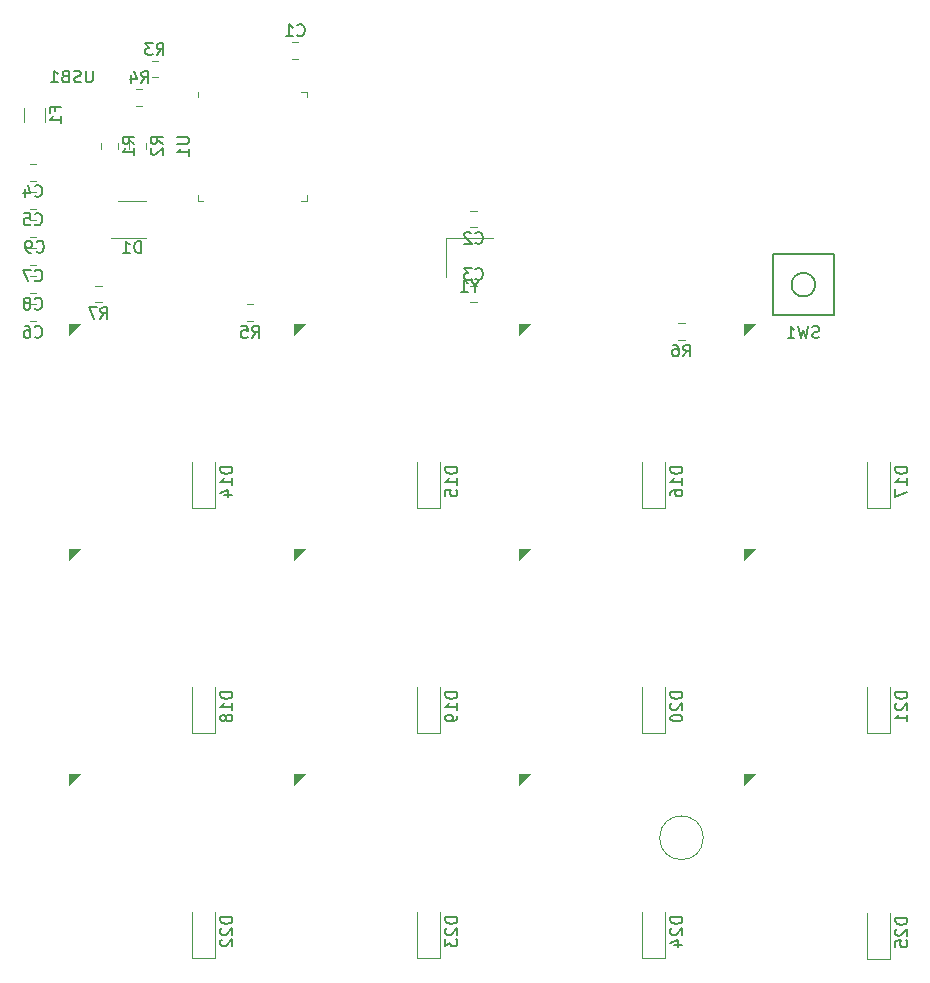
<source format=gbr>
%TF.GenerationSoftware,KiCad,Pcbnew,(5.1.4)-1*%
%TF.CreationDate,2024-03-23T03:19:33-07:00*%
%TF.ProjectId,macropad,6d616372-6f70-4616-942e-6b696361645f,rev?*%
%TF.SameCoordinates,Original*%
%TF.FileFunction,Legend,Bot*%
%TF.FilePolarity,Positive*%
%FSLAX46Y46*%
G04 Gerber Fmt 4.6, Leading zero omitted, Abs format (unit mm)*
G04 Created by KiCad (PCBNEW (5.1.4)-1) date 2024-03-23 03:19:33*
%MOMM*%
%LPD*%
G04 APERTURE LIST*
%ADD10C,0.120000*%
%ADD11C,0.100000*%
%ADD12C,0.150000*%
G04 APERTURE END LIST*
D10*
%TO.C,U1*%
X76521250Y-65883750D02*
X76521250Y-65408750D01*
X85741250Y-74628750D02*
X85266250Y-74628750D01*
X85741250Y-74153750D02*
X85741250Y-74628750D01*
X85741250Y-65408750D02*
X85266250Y-65408750D01*
X85741250Y-65883750D02*
X85741250Y-65408750D01*
X76521250Y-74628750D02*
X76996250Y-74628750D01*
X76521250Y-74153750D02*
X76521250Y-74628750D01*
%TO.C,D1*%
X72150000Y-77773750D02*
X69200000Y-77773750D01*
X69750000Y-74673750D02*
X72150000Y-74673750D01*
D11*
%TO.C,D5*%
G36*
X122800000Y-85995001D02*
G01*
X123700000Y-85095001D01*
X122800000Y-85095001D01*
X122800000Y-85995001D01*
G37*
X122800000Y-85995001D02*
X123700000Y-85095001D01*
X122800000Y-85095001D01*
X122800000Y-85995001D01*
%TO.C,D2*%
G36*
X65650000Y-85995001D02*
G01*
X66550000Y-85095001D01*
X65650000Y-85095001D01*
X65650000Y-85995001D01*
G37*
X65650000Y-85995001D02*
X66550000Y-85095001D01*
X65650000Y-85095001D01*
X65650000Y-85995001D01*
%TO.C,D11*%
G36*
X84700000Y-124095001D02*
G01*
X85600000Y-123195001D01*
X84700000Y-123195001D01*
X84700000Y-124095001D01*
G37*
X84700000Y-124095001D02*
X85600000Y-123195001D01*
X84700000Y-123195001D01*
X84700000Y-124095001D01*
%TO.C,D7*%
G36*
X84700000Y-105045001D02*
G01*
X85600000Y-104145001D01*
X84700000Y-104145001D01*
X84700000Y-105045001D01*
G37*
X84700000Y-105045001D02*
X85600000Y-104145001D01*
X84700000Y-104145001D01*
X84700000Y-105045001D01*
D10*
%TO.C,C6*%
X62303922Y-83427500D02*
X62821078Y-83427500D01*
X62303922Y-84847500D02*
X62821078Y-84847500D01*
D11*
%TO.C,D3*%
G36*
X84700000Y-85995001D02*
G01*
X85600000Y-85095001D01*
X84700000Y-85095001D01*
X84700000Y-85995001D01*
G37*
X84700000Y-85995001D02*
X85600000Y-85095001D01*
X84700000Y-85095001D01*
X84700000Y-85995001D01*
D10*
%TO.C,Y1*%
X97525000Y-77781250D02*
X101525000Y-77781250D01*
X97525000Y-81081250D02*
X97525000Y-77781250D01*
D12*
%TO.C,SW1*%
X130393750Y-79156250D02*
X125193750Y-79156250D01*
X125193750Y-79156250D02*
X125193750Y-84356250D01*
X125193750Y-84356250D02*
X130393750Y-84356250D01*
X130393750Y-84356250D02*
X130393750Y-79156250D01*
X128793750Y-81756250D02*
G75*
G03X128793750Y-81756250I-1000000J0D01*
G01*
D10*
%TO.C,R7*%
X67860172Y-81840000D02*
X68377328Y-81840000D01*
X67860172Y-83260000D02*
X68377328Y-83260000D01*
%TO.C,R6*%
X117216422Y-85015000D02*
X117733578Y-85015000D01*
X117216422Y-86435000D02*
X117733578Y-86435000D01*
%TO.C,R5*%
X80703922Y-83427500D02*
X81221078Y-83427500D01*
X80703922Y-84847500D02*
X81221078Y-84847500D01*
%TO.C,R4*%
X71839828Y-66591250D02*
X71322672Y-66591250D01*
X71839828Y-65171250D02*
X71322672Y-65171250D01*
%TO.C,R3*%
X73139828Y-64210000D02*
X72622672Y-64210000D01*
X73139828Y-62790000D02*
X72622672Y-62790000D01*
%TO.C,R2*%
X70727500Y-70252328D02*
X70727500Y-69735172D01*
X72147500Y-70252328D02*
X72147500Y-69735172D01*
%TO.C,R1*%
X68346250Y-70252328D02*
X68346250Y-69735172D01*
X69766250Y-70252328D02*
X69766250Y-69735172D01*
%TO.C,F1*%
X61796250Y-67970814D02*
X61796250Y-66766686D01*
X63616250Y-67970814D02*
X63616250Y-66766686D01*
%TO.C,D25*%
X135143750Y-138837500D02*
X135143750Y-134937500D01*
X133143750Y-138837500D02*
X133143750Y-134937500D01*
X135143750Y-138837500D02*
X133143750Y-138837500D01*
%TO.C,D24*%
X116093750Y-138775000D02*
X116093750Y-134875000D01*
X114093750Y-138775000D02*
X114093750Y-134875000D01*
X116093750Y-138775000D02*
X114093750Y-138775000D01*
%TO.C,D23*%
X97043750Y-138775000D02*
X97043750Y-134875000D01*
X95043750Y-138775000D02*
X95043750Y-134875000D01*
X97043750Y-138775000D02*
X95043750Y-138775000D01*
%TO.C,D22*%
X77993750Y-138775000D02*
X77993750Y-134875000D01*
X75993750Y-138775000D02*
X75993750Y-134875000D01*
X77993750Y-138775000D02*
X75993750Y-138775000D01*
%TO.C,D21*%
X135143750Y-119725000D02*
X135143750Y-115825000D01*
X133143750Y-119725000D02*
X133143750Y-115825000D01*
X135143750Y-119725000D02*
X133143750Y-119725000D01*
%TO.C,D20*%
X116093750Y-119725000D02*
X116093750Y-115825000D01*
X114093750Y-119725000D02*
X114093750Y-115825000D01*
X116093750Y-119725000D02*
X114093750Y-119725000D01*
%TO.C,D19*%
X97043750Y-119725000D02*
X97043750Y-115825000D01*
X95043750Y-119725000D02*
X95043750Y-115825000D01*
X97043750Y-119725000D02*
X95043750Y-119725000D01*
%TO.C,D18*%
X77993750Y-119725000D02*
X77993750Y-115825000D01*
X75993750Y-119725000D02*
X75993750Y-115825000D01*
X77993750Y-119725000D02*
X75993750Y-119725000D01*
%TO.C,D17*%
X135143750Y-100675000D02*
X135143750Y-96775000D01*
X133143750Y-100675000D02*
X133143750Y-96775000D01*
X135143750Y-100675000D02*
X133143750Y-100675000D01*
%TO.C,D16*%
X116093750Y-100675000D02*
X116093750Y-96775000D01*
X114093750Y-100675000D02*
X114093750Y-96775000D01*
X116093750Y-100675000D02*
X114093750Y-100675000D01*
%TO.C,D15*%
X97043750Y-100675000D02*
X97043750Y-96775000D01*
X95043750Y-100675000D02*
X95043750Y-96775000D01*
X97043750Y-100675000D02*
X95043750Y-100675000D01*
%TO.C,D14*%
X77993750Y-100675000D02*
X77993750Y-96775000D01*
X75993750Y-100675000D02*
X75993750Y-96775000D01*
X77993750Y-100675000D02*
X75993750Y-100675000D01*
D11*
%TO.C,D13*%
G36*
X122800000Y-124095001D02*
G01*
X123700000Y-123195001D01*
X122800000Y-123195001D01*
X122800000Y-124095001D01*
G37*
X122800000Y-124095001D02*
X123700000Y-123195001D01*
X122800000Y-123195001D01*
X122800000Y-124095001D01*
%TO.C,D12*%
G36*
X103750000Y-124095001D02*
G01*
X104650000Y-123195001D01*
X103750000Y-123195001D01*
X103750000Y-124095001D01*
G37*
X103750000Y-124095001D02*
X104650000Y-123195001D01*
X103750000Y-123195001D01*
X103750000Y-124095001D01*
%TO.C,D10*%
G36*
X65650000Y-124095001D02*
G01*
X66550000Y-123195001D01*
X65650000Y-123195001D01*
X65650000Y-124095001D01*
G37*
X65650000Y-124095001D02*
X66550000Y-123195001D01*
X65650000Y-123195001D01*
X65650000Y-124095001D01*
%TO.C,D9*%
G36*
X122800000Y-105045001D02*
G01*
X123700000Y-104145001D01*
X122800000Y-104145001D01*
X122800000Y-105045001D01*
G37*
X122800000Y-105045001D02*
X123700000Y-104145001D01*
X122800000Y-104145001D01*
X122800000Y-105045001D01*
%TO.C,D8*%
G36*
X103750000Y-105045001D02*
G01*
X104650000Y-104145001D01*
X103750000Y-104145001D01*
X103750000Y-105045001D01*
G37*
X103750000Y-105045001D02*
X104650000Y-104145001D01*
X103750000Y-104145001D01*
X103750000Y-105045001D01*
%TO.C,D6*%
G36*
X65650000Y-105045001D02*
G01*
X66550000Y-104145001D01*
X65650000Y-104145001D01*
X65650000Y-105045001D01*
G37*
X65650000Y-105045001D02*
X66550000Y-104145001D01*
X65650000Y-104145001D01*
X65650000Y-105045001D01*
%TO.C,D4*%
G36*
X103750000Y-85995001D02*
G01*
X104650000Y-85095001D01*
X103750000Y-85095001D01*
X103750000Y-85995001D01*
G37*
X103750000Y-85995001D02*
X104650000Y-85095001D01*
X103750000Y-85095001D01*
X103750000Y-85995001D01*
D10*
%TO.C,C9*%
X62303922Y-76283750D02*
X62821078Y-76283750D01*
X62303922Y-77703750D02*
X62821078Y-77703750D01*
%TO.C,C8*%
X62303922Y-81046250D02*
X62821078Y-81046250D01*
X62303922Y-82466250D02*
X62821078Y-82466250D01*
%TO.C,C7*%
X62303922Y-78665000D02*
X62821078Y-78665000D01*
X62303922Y-80085000D02*
X62821078Y-80085000D01*
%TO.C,C5*%
X62303922Y-73902500D02*
X62821078Y-73902500D01*
X62303922Y-75322500D02*
X62821078Y-75322500D01*
%TO.C,C4*%
X62303922Y-71521250D02*
X62821078Y-71521250D01*
X62303922Y-72941250D02*
X62821078Y-72941250D01*
%TO.C,C3*%
X100127328Y-83260000D02*
X99610172Y-83260000D01*
X100127328Y-81840000D02*
X99610172Y-81840000D01*
%TO.C,C2*%
X99610172Y-75490000D02*
X100127328Y-75490000D01*
X99610172Y-76910000D02*
X100127328Y-76910000D01*
%TO.C,C1*%
X85046078Y-62622500D02*
X84528922Y-62622500D01*
X85046078Y-61202500D02*
X84528922Y-61202500D01*
%TD*%
D11*
%TO.C,H3*%
X119325000Y-128587500D02*
G75*
G03X119325000Y-128587500I-1850000J0D01*
G01*
%TD*%
%TO.C,U1*%
D12*
X74783630Y-69256845D02*
X75593154Y-69256845D01*
X75688392Y-69304464D01*
X75736011Y-69352083D01*
X75783630Y-69447321D01*
X75783630Y-69637797D01*
X75736011Y-69733035D01*
X75688392Y-69780654D01*
X75593154Y-69828273D01*
X74783630Y-69828273D01*
X75783630Y-70828273D02*
X75783630Y-70256845D01*
X75783630Y-70542559D02*
X74783630Y-70542559D01*
X74926488Y-70447321D01*
X75021726Y-70352083D01*
X75069345Y-70256845D01*
%TO.C,D1*%
X71708095Y-79056130D02*
X71708095Y-78056130D01*
X71470000Y-78056130D01*
X71327142Y-78103750D01*
X71231904Y-78198988D01*
X71184285Y-78294226D01*
X71136666Y-78484702D01*
X71136666Y-78627559D01*
X71184285Y-78818035D01*
X71231904Y-78913273D01*
X71327142Y-79008511D01*
X71470000Y-79056130D01*
X71708095Y-79056130D01*
X70184285Y-79056130D02*
X70755714Y-79056130D01*
X70470000Y-79056130D02*
X70470000Y-78056130D01*
X70565238Y-78198988D01*
X70660476Y-78294226D01*
X70755714Y-78341845D01*
%TO.C,C6*%
X62729166Y-86144642D02*
X62776785Y-86192261D01*
X62919642Y-86239880D01*
X63014880Y-86239880D01*
X63157738Y-86192261D01*
X63252976Y-86097023D01*
X63300595Y-86001785D01*
X63348214Y-85811309D01*
X63348214Y-85668452D01*
X63300595Y-85477976D01*
X63252976Y-85382738D01*
X63157738Y-85287500D01*
X63014880Y-85239880D01*
X62919642Y-85239880D01*
X62776785Y-85287500D01*
X62729166Y-85335119D01*
X61872023Y-85239880D02*
X62062500Y-85239880D01*
X62157738Y-85287500D01*
X62205357Y-85335119D01*
X62300595Y-85477976D01*
X62348214Y-85668452D01*
X62348214Y-86049404D01*
X62300595Y-86144642D01*
X62252976Y-86192261D01*
X62157738Y-86239880D01*
X61967261Y-86239880D01*
X61872023Y-86192261D01*
X61824404Y-86144642D01*
X61776785Y-86049404D01*
X61776785Y-85811309D01*
X61824404Y-85716071D01*
X61872023Y-85668452D01*
X61967261Y-85620833D01*
X62157738Y-85620833D01*
X62252976Y-85668452D01*
X62300595Y-85716071D01*
X62348214Y-85811309D01*
%TO.C,Y1*%
X100001190Y-81857440D02*
X100001190Y-82333630D01*
X100334523Y-81333630D02*
X100001190Y-81857440D01*
X99667857Y-81333630D01*
X98810714Y-82333630D02*
X99382142Y-82333630D01*
X99096428Y-82333630D02*
X99096428Y-81333630D01*
X99191666Y-81476488D01*
X99286904Y-81571726D01*
X99382142Y-81619345D01*
%TO.C,USB1*%
X67619345Y-63627380D02*
X67619345Y-64436904D01*
X67571726Y-64532142D01*
X67524107Y-64579761D01*
X67428869Y-64627380D01*
X67238392Y-64627380D01*
X67143154Y-64579761D01*
X67095535Y-64532142D01*
X67047916Y-64436904D01*
X67047916Y-63627380D01*
X66619345Y-64579761D02*
X66476488Y-64627380D01*
X66238392Y-64627380D01*
X66143154Y-64579761D01*
X66095535Y-64532142D01*
X66047916Y-64436904D01*
X66047916Y-64341666D01*
X66095535Y-64246428D01*
X66143154Y-64198809D01*
X66238392Y-64151190D01*
X66428869Y-64103571D01*
X66524107Y-64055952D01*
X66571726Y-64008333D01*
X66619345Y-63913095D01*
X66619345Y-63817857D01*
X66571726Y-63722619D01*
X66524107Y-63675000D01*
X66428869Y-63627380D01*
X66190773Y-63627380D01*
X66047916Y-63675000D01*
X65286011Y-64103571D02*
X65143154Y-64151190D01*
X65095535Y-64198809D01*
X65047916Y-64294047D01*
X65047916Y-64436904D01*
X65095535Y-64532142D01*
X65143154Y-64579761D01*
X65238392Y-64627380D01*
X65619345Y-64627380D01*
X65619345Y-63627380D01*
X65286011Y-63627380D01*
X65190773Y-63675000D01*
X65143154Y-63722619D01*
X65095535Y-63817857D01*
X65095535Y-63913095D01*
X65143154Y-64008333D01*
X65190773Y-64055952D01*
X65286011Y-64103571D01*
X65619345Y-64103571D01*
X64095535Y-64627380D02*
X64666964Y-64627380D01*
X64381250Y-64627380D02*
X64381250Y-63627380D01*
X64476488Y-63770238D01*
X64571726Y-63865476D01*
X64666964Y-63913095D01*
%TO.C,SW1*%
X129127083Y-86225011D02*
X128984226Y-86272630D01*
X128746130Y-86272630D01*
X128650892Y-86225011D01*
X128603273Y-86177392D01*
X128555654Y-86082154D01*
X128555654Y-85986916D01*
X128603273Y-85891678D01*
X128650892Y-85844059D01*
X128746130Y-85796440D01*
X128936607Y-85748821D01*
X129031845Y-85701202D01*
X129079464Y-85653583D01*
X129127083Y-85558345D01*
X129127083Y-85463107D01*
X129079464Y-85367869D01*
X129031845Y-85320250D01*
X128936607Y-85272630D01*
X128698511Y-85272630D01*
X128555654Y-85320250D01*
X128222321Y-85272630D02*
X127984226Y-86272630D01*
X127793750Y-85558345D01*
X127603273Y-86272630D01*
X127365178Y-85272630D01*
X126460416Y-86272630D02*
X127031845Y-86272630D01*
X126746130Y-86272630D02*
X126746130Y-85272630D01*
X126841369Y-85415488D01*
X126936607Y-85510726D01*
X127031845Y-85558345D01*
%TO.C,R7*%
X68285416Y-84652380D02*
X68618750Y-84176190D01*
X68856845Y-84652380D02*
X68856845Y-83652380D01*
X68475892Y-83652380D01*
X68380654Y-83700000D01*
X68333035Y-83747619D01*
X68285416Y-83842857D01*
X68285416Y-83985714D01*
X68333035Y-84080952D01*
X68380654Y-84128571D01*
X68475892Y-84176190D01*
X68856845Y-84176190D01*
X67952083Y-83652380D02*
X67285416Y-83652380D01*
X67713988Y-84652380D01*
%TO.C,R6*%
X117641666Y-87827380D02*
X117975000Y-87351190D01*
X118213095Y-87827380D02*
X118213095Y-86827380D01*
X117832142Y-86827380D01*
X117736904Y-86875000D01*
X117689285Y-86922619D01*
X117641666Y-87017857D01*
X117641666Y-87160714D01*
X117689285Y-87255952D01*
X117736904Y-87303571D01*
X117832142Y-87351190D01*
X118213095Y-87351190D01*
X116784523Y-86827380D02*
X116975000Y-86827380D01*
X117070238Y-86875000D01*
X117117857Y-86922619D01*
X117213095Y-87065476D01*
X117260714Y-87255952D01*
X117260714Y-87636904D01*
X117213095Y-87732142D01*
X117165476Y-87779761D01*
X117070238Y-87827380D01*
X116879761Y-87827380D01*
X116784523Y-87779761D01*
X116736904Y-87732142D01*
X116689285Y-87636904D01*
X116689285Y-87398809D01*
X116736904Y-87303571D01*
X116784523Y-87255952D01*
X116879761Y-87208333D01*
X117070238Y-87208333D01*
X117165476Y-87255952D01*
X117213095Y-87303571D01*
X117260714Y-87398809D01*
%TO.C,R5*%
X81129166Y-86239880D02*
X81462500Y-85763690D01*
X81700595Y-86239880D02*
X81700595Y-85239880D01*
X81319642Y-85239880D01*
X81224404Y-85287500D01*
X81176785Y-85335119D01*
X81129166Y-85430357D01*
X81129166Y-85573214D01*
X81176785Y-85668452D01*
X81224404Y-85716071D01*
X81319642Y-85763690D01*
X81700595Y-85763690D01*
X80224404Y-85239880D02*
X80700595Y-85239880D01*
X80748214Y-85716071D01*
X80700595Y-85668452D01*
X80605357Y-85620833D01*
X80367261Y-85620833D01*
X80272023Y-85668452D01*
X80224404Y-85716071D01*
X80176785Y-85811309D01*
X80176785Y-86049404D01*
X80224404Y-86144642D01*
X80272023Y-86192261D01*
X80367261Y-86239880D01*
X80605357Y-86239880D01*
X80700595Y-86192261D01*
X80748214Y-86144642D01*
%TO.C,R4*%
X71747916Y-64683630D02*
X72081250Y-64207440D01*
X72319345Y-64683630D02*
X72319345Y-63683630D01*
X71938392Y-63683630D01*
X71843154Y-63731250D01*
X71795535Y-63778869D01*
X71747916Y-63874107D01*
X71747916Y-64016964D01*
X71795535Y-64112202D01*
X71843154Y-64159821D01*
X71938392Y-64207440D01*
X72319345Y-64207440D01*
X70890773Y-64016964D02*
X70890773Y-64683630D01*
X71128869Y-63636011D02*
X71366964Y-64350297D01*
X70747916Y-64350297D01*
%TO.C,R3*%
X73047916Y-62302380D02*
X73381250Y-61826190D01*
X73619345Y-62302380D02*
X73619345Y-61302380D01*
X73238392Y-61302380D01*
X73143154Y-61350000D01*
X73095535Y-61397619D01*
X73047916Y-61492857D01*
X73047916Y-61635714D01*
X73095535Y-61730952D01*
X73143154Y-61778571D01*
X73238392Y-61826190D01*
X73619345Y-61826190D01*
X72714583Y-61302380D02*
X72095535Y-61302380D01*
X72428869Y-61683333D01*
X72286011Y-61683333D01*
X72190773Y-61730952D01*
X72143154Y-61778571D01*
X72095535Y-61873809D01*
X72095535Y-62111904D01*
X72143154Y-62207142D01*
X72190773Y-62254761D01*
X72286011Y-62302380D01*
X72571726Y-62302380D01*
X72666964Y-62254761D01*
X72714583Y-62207142D01*
%TO.C,R2*%
X73539880Y-69827083D02*
X73063690Y-69493750D01*
X73539880Y-69255654D02*
X72539880Y-69255654D01*
X72539880Y-69636607D01*
X72587500Y-69731845D01*
X72635119Y-69779464D01*
X72730357Y-69827083D01*
X72873214Y-69827083D01*
X72968452Y-69779464D01*
X73016071Y-69731845D01*
X73063690Y-69636607D01*
X73063690Y-69255654D01*
X72635119Y-70208035D02*
X72587500Y-70255654D01*
X72539880Y-70350892D01*
X72539880Y-70588988D01*
X72587500Y-70684226D01*
X72635119Y-70731845D01*
X72730357Y-70779464D01*
X72825595Y-70779464D01*
X72968452Y-70731845D01*
X73539880Y-70160416D01*
X73539880Y-70779464D01*
%TO.C,R1*%
X71158630Y-69827083D02*
X70682440Y-69493750D01*
X71158630Y-69255654D02*
X70158630Y-69255654D01*
X70158630Y-69636607D01*
X70206250Y-69731845D01*
X70253869Y-69779464D01*
X70349107Y-69827083D01*
X70491964Y-69827083D01*
X70587202Y-69779464D01*
X70634821Y-69731845D01*
X70682440Y-69636607D01*
X70682440Y-69255654D01*
X71158630Y-70779464D02*
X71158630Y-70208035D01*
X71158630Y-70493750D02*
X70158630Y-70493750D01*
X70301488Y-70398511D01*
X70396726Y-70303273D01*
X70444345Y-70208035D01*
%TO.C,F1*%
X64454821Y-67035416D02*
X64454821Y-66702083D01*
X64978630Y-66702083D02*
X63978630Y-66702083D01*
X63978630Y-67178273D01*
X64978630Y-68083035D02*
X64978630Y-67511607D01*
X64978630Y-67797321D02*
X63978630Y-67797321D01*
X64121488Y-67702083D01*
X64216726Y-67606845D01*
X64264345Y-67511607D01*
%TO.C,D25*%
X136596130Y-135373214D02*
X135596130Y-135373214D01*
X135596130Y-135611309D01*
X135643750Y-135754166D01*
X135738988Y-135849404D01*
X135834226Y-135897023D01*
X136024702Y-135944642D01*
X136167559Y-135944642D01*
X136358035Y-135897023D01*
X136453273Y-135849404D01*
X136548511Y-135754166D01*
X136596130Y-135611309D01*
X136596130Y-135373214D01*
X135691369Y-136325595D02*
X135643750Y-136373214D01*
X135596130Y-136468452D01*
X135596130Y-136706547D01*
X135643750Y-136801785D01*
X135691369Y-136849404D01*
X135786607Y-136897023D01*
X135881845Y-136897023D01*
X136024702Y-136849404D01*
X136596130Y-136277976D01*
X136596130Y-136897023D01*
X135596130Y-137801785D02*
X135596130Y-137325595D01*
X136072321Y-137277976D01*
X136024702Y-137325595D01*
X135977083Y-137420833D01*
X135977083Y-137658928D01*
X136024702Y-137754166D01*
X136072321Y-137801785D01*
X136167559Y-137849404D01*
X136405654Y-137849404D01*
X136500892Y-137801785D01*
X136548511Y-137754166D01*
X136596130Y-137658928D01*
X136596130Y-137420833D01*
X136548511Y-137325595D01*
X136500892Y-137277976D01*
%TO.C,D24*%
X117546130Y-135310714D02*
X116546130Y-135310714D01*
X116546130Y-135548809D01*
X116593750Y-135691666D01*
X116688988Y-135786904D01*
X116784226Y-135834523D01*
X116974702Y-135882142D01*
X117117559Y-135882142D01*
X117308035Y-135834523D01*
X117403273Y-135786904D01*
X117498511Y-135691666D01*
X117546130Y-135548809D01*
X117546130Y-135310714D01*
X116641369Y-136263095D02*
X116593750Y-136310714D01*
X116546130Y-136405952D01*
X116546130Y-136644047D01*
X116593750Y-136739285D01*
X116641369Y-136786904D01*
X116736607Y-136834523D01*
X116831845Y-136834523D01*
X116974702Y-136786904D01*
X117546130Y-136215476D01*
X117546130Y-136834523D01*
X116879464Y-137691666D02*
X117546130Y-137691666D01*
X116498511Y-137453571D02*
X117212797Y-137215476D01*
X117212797Y-137834523D01*
%TO.C,D23*%
X98496130Y-135310714D02*
X97496130Y-135310714D01*
X97496130Y-135548809D01*
X97543750Y-135691666D01*
X97638988Y-135786904D01*
X97734226Y-135834523D01*
X97924702Y-135882142D01*
X98067559Y-135882142D01*
X98258035Y-135834523D01*
X98353273Y-135786904D01*
X98448511Y-135691666D01*
X98496130Y-135548809D01*
X98496130Y-135310714D01*
X97591369Y-136263095D02*
X97543750Y-136310714D01*
X97496130Y-136405952D01*
X97496130Y-136644047D01*
X97543750Y-136739285D01*
X97591369Y-136786904D01*
X97686607Y-136834523D01*
X97781845Y-136834523D01*
X97924702Y-136786904D01*
X98496130Y-136215476D01*
X98496130Y-136834523D01*
X97496130Y-137167857D02*
X97496130Y-137786904D01*
X97877083Y-137453571D01*
X97877083Y-137596428D01*
X97924702Y-137691666D01*
X97972321Y-137739285D01*
X98067559Y-137786904D01*
X98305654Y-137786904D01*
X98400892Y-137739285D01*
X98448511Y-137691666D01*
X98496130Y-137596428D01*
X98496130Y-137310714D01*
X98448511Y-137215476D01*
X98400892Y-137167857D01*
%TO.C,D22*%
X79446130Y-135310714D02*
X78446130Y-135310714D01*
X78446130Y-135548809D01*
X78493750Y-135691666D01*
X78588988Y-135786904D01*
X78684226Y-135834523D01*
X78874702Y-135882142D01*
X79017559Y-135882142D01*
X79208035Y-135834523D01*
X79303273Y-135786904D01*
X79398511Y-135691666D01*
X79446130Y-135548809D01*
X79446130Y-135310714D01*
X78541369Y-136263095D02*
X78493750Y-136310714D01*
X78446130Y-136405952D01*
X78446130Y-136644047D01*
X78493750Y-136739285D01*
X78541369Y-136786904D01*
X78636607Y-136834523D01*
X78731845Y-136834523D01*
X78874702Y-136786904D01*
X79446130Y-136215476D01*
X79446130Y-136834523D01*
X78541369Y-137215476D02*
X78493750Y-137263095D01*
X78446130Y-137358333D01*
X78446130Y-137596428D01*
X78493750Y-137691666D01*
X78541369Y-137739285D01*
X78636607Y-137786904D01*
X78731845Y-137786904D01*
X78874702Y-137739285D01*
X79446130Y-137167857D01*
X79446130Y-137786904D01*
%TO.C,D21*%
X136596130Y-116260714D02*
X135596130Y-116260714D01*
X135596130Y-116498809D01*
X135643750Y-116641666D01*
X135738988Y-116736904D01*
X135834226Y-116784523D01*
X136024702Y-116832142D01*
X136167559Y-116832142D01*
X136358035Y-116784523D01*
X136453273Y-116736904D01*
X136548511Y-116641666D01*
X136596130Y-116498809D01*
X136596130Y-116260714D01*
X135691369Y-117213095D02*
X135643750Y-117260714D01*
X135596130Y-117355952D01*
X135596130Y-117594047D01*
X135643750Y-117689285D01*
X135691369Y-117736904D01*
X135786607Y-117784523D01*
X135881845Y-117784523D01*
X136024702Y-117736904D01*
X136596130Y-117165476D01*
X136596130Y-117784523D01*
X136596130Y-118736904D02*
X136596130Y-118165476D01*
X136596130Y-118451190D02*
X135596130Y-118451190D01*
X135738988Y-118355952D01*
X135834226Y-118260714D01*
X135881845Y-118165476D01*
%TO.C,D20*%
X117546130Y-116260714D02*
X116546130Y-116260714D01*
X116546130Y-116498809D01*
X116593750Y-116641666D01*
X116688988Y-116736904D01*
X116784226Y-116784523D01*
X116974702Y-116832142D01*
X117117559Y-116832142D01*
X117308035Y-116784523D01*
X117403273Y-116736904D01*
X117498511Y-116641666D01*
X117546130Y-116498809D01*
X117546130Y-116260714D01*
X116641369Y-117213095D02*
X116593750Y-117260714D01*
X116546130Y-117355952D01*
X116546130Y-117594047D01*
X116593750Y-117689285D01*
X116641369Y-117736904D01*
X116736607Y-117784523D01*
X116831845Y-117784523D01*
X116974702Y-117736904D01*
X117546130Y-117165476D01*
X117546130Y-117784523D01*
X116546130Y-118403571D02*
X116546130Y-118498809D01*
X116593750Y-118594047D01*
X116641369Y-118641666D01*
X116736607Y-118689285D01*
X116927083Y-118736904D01*
X117165178Y-118736904D01*
X117355654Y-118689285D01*
X117450892Y-118641666D01*
X117498511Y-118594047D01*
X117546130Y-118498809D01*
X117546130Y-118403571D01*
X117498511Y-118308333D01*
X117450892Y-118260714D01*
X117355654Y-118213095D01*
X117165178Y-118165476D01*
X116927083Y-118165476D01*
X116736607Y-118213095D01*
X116641369Y-118260714D01*
X116593750Y-118308333D01*
X116546130Y-118403571D01*
%TO.C,D19*%
X98496130Y-116260714D02*
X97496130Y-116260714D01*
X97496130Y-116498809D01*
X97543750Y-116641666D01*
X97638988Y-116736904D01*
X97734226Y-116784523D01*
X97924702Y-116832142D01*
X98067559Y-116832142D01*
X98258035Y-116784523D01*
X98353273Y-116736904D01*
X98448511Y-116641666D01*
X98496130Y-116498809D01*
X98496130Y-116260714D01*
X98496130Y-117784523D02*
X98496130Y-117213095D01*
X98496130Y-117498809D02*
X97496130Y-117498809D01*
X97638988Y-117403571D01*
X97734226Y-117308333D01*
X97781845Y-117213095D01*
X98496130Y-118260714D02*
X98496130Y-118451190D01*
X98448511Y-118546428D01*
X98400892Y-118594047D01*
X98258035Y-118689285D01*
X98067559Y-118736904D01*
X97686607Y-118736904D01*
X97591369Y-118689285D01*
X97543750Y-118641666D01*
X97496130Y-118546428D01*
X97496130Y-118355952D01*
X97543750Y-118260714D01*
X97591369Y-118213095D01*
X97686607Y-118165476D01*
X97924702Y-118165476D01*
X98019940Y-118213095D01*
X98067559Y-118260714D01*
X98115178Y-118355952D01*
X98115178Y-118546428D01*
X98067559Y-118641666D01*
X98019940Y-118689285D01*
X97924702Y-118736904D01*
%TO.C,D18*%
X79446130Y-116260714D02*
X78446130Y-116260714D01*
X78446130Y-116498809D01*
X78493750Y-116641666D01*
X78588988Y-116736904D01*
X78684226Y-116784523D01*
X78874702Y-116832142D01*
X79017559Y-116832142D01*
X79208035Y-116784523D01*
X79303273Y-116736904D01*
X79398511Y-116641666D01*
X79446130Y-116498809D01*
X79446130Y-116260714D01*
X79446130Y-117784523D02*
X79446130Y-117213095D01*
X79446130Y-117498809D02*
X78446130Y-117498809D01*
X78588988Y-117403571D01*
X78684226Y-117308333D01*
X78731845Y-117213095D01*
X78874702Y-118355952D02*
X78827083Y-118260714D01*
X78779464Y-118213095D01*
X78684226Y-118165476D01*
X78636607Y-118165476D01*
X78541369Y-118213095D01*
X78493750Y-118260714D01*
X78446130Y-118355952D01*
X78446130Y-118546428D01*
X78493750Y-118641666D01*
X78541369Y-118689285D01*
X78636607Y-118736904D01*
X78684226Y-118736904D01*
X78779464Y-118689285D01*
X78827083Y-118641666D01*
X78874702Y-118546428D01*
X78874702Y-118355952D01*
X78922321Y-118260714D01*
X78969940Y-118213095D01*
X79065178Y-118165476D01*
X79255654Y-118165476D01*
X79350892Y-118213095D01*
X79398511Y-118260714D01*
X79446130Y-118355952D01*
X79446130Y-118546428D01*
X79398511Y-118641666D01*
X79350892Y-118689285D01*
X79255654Y-118736904D01*
X79065178Y-118736904D01*
X78969940Y-118689285D01*
X78922321Y-118641666D01*
X78874702Y-118546428D01*
%TO.C,D17*%
X136596130Y-97210714D02*
X135596130Y-97210714D01*
X135596130Y-97448809D01*
X135643750Y-97591666D01*
X135738988Y-97686904D01*
X135834226Y-97734523D01*
X136024702Y-97782142D01*
X136167559Y-97782142D01*
X136358035Y-97734523D01*
X136453273Y-97686904D01*
X136548511Y-97591666D01*
X136596130Y-97448809D01*
X136596130Y-97210714D01*
X136596130Y-98734523D02*
X136596130Y-98163095D01*
X136596130Y-98448809D02*
X135596130Y-98448809D01*
X135738988Y-98353571D01*
X135834226Y-98258333D01*
X135881845Y-98163095D01*
X135596130Y-99067857D02*
X135596130Y-99734523D01*
X136596130Y-99305952D01*
%TO.C,D16*%
X117546130Y-97210714D02*
X116546130Y-97210714D01*
X116546130Y-97448809D01*
X116593750Y-97591666D01*
X116688988Y-97686904D01*
X116784226Y-97734523D01*
X116974702Y-97782142D01*
X117117559Y-97782142D01*
X117308035Y-97734523D01*
X117403273Y-97686904D01*
X117498511Y-97591666D01*
X117546130Y-97448809D01*
X117546130Y-97210714D01*
X117546130Y-98734523D02*
X117546130Y-98163095D01*
X117546130Y-98448809D02*
X116546130Y-98448809D01*
X116688988Y-98353571D01*
X116784226Y-98258333D01*
X116831845Y-98163095D01*
X116546130Y-99591666D02*
X116546130Y-99401190D01*
X116593750Y-99305952D01*
X116641369Y-99258333D01*
X116784226Y-99163095D01*
X116974702Y-99115476D01*
X117355654Y-99115476D01*
X117450892Y-99163095D01*
X117498511Y-99210714D01*
X117546130Y-99305952D01*
X117546130Y-99496428D01*
X117498511Y-99591666D01*
X117450892Y-99639285D01*
X117355654Y-99686904D01*
X117117559Y-99686904D01*
X117022321Y-99639285D01*
X116974702Y-99591666D01*
X116927083Y-99496428D01*
X116927083Y-99305952D01*
X116974702Y-99210714D01*
X117022321Y-99163095D01*
X117117559Y-99115476D01*
%TO.C,D15*%
X98496130Y-97210714D02*
X97496130Y-97210714D01*
X97496130Y-97448809D01*
X97543750Y-97591666D01*
X97638988Y-97686904D01*
X97734226Y-97734523D01*
X97924702Y-97782142D01*
X98067559Y-97782142D01*
X98258035Y-97734523D01*
X98353273Y-97686904D01*
X98448511Y-97591666D01*
X98496130Y-97448809D01*
X98496130Y-97210714D01*
X98496130Y-98734523D02*
X98496130Y-98163095D01*
X98496130Y-98448809D02*
X97496130Y-98448809D01*
X97638988Y-98353571D01*
X97734226Y-98258333D01*
X97781845Y-98163095D01*
X97496130Y-99639285D02*
X97496130Y-99163095D01*
X97972321Y-99115476D01*
X97924702Y-99163095D01*
X97877083Y-99258333D01*
X97877083Y-99496428D01*
X97924702Y-99591666D01*
X97972321Y-99639285D01*
X98067559Y-99686904D01*
X98305654Y-99686904D01*
X98400892Y-99639285D01*
X98448511Y-99591666D01*
X98496130Y-99496428D01*
X98496130Y-99258333D01*
X98448511Y-99163095D01*
X98400892Y-99115476D01*
%TO.C,D14*%
X79446130Y-97210714D02*
X78446130Y-97210714D01*
X78446130Y-97448809D01*
X78493750Y-97591666D01*
X78588988Y-97686904D01*
X78684226Y-97734523D01*
X78874702Y-97782142D01*
X79017559Y-97782142D01*
X79208035Y-97734523D01*
X79303273Y-97686904D01*
X79398511Y-97591666D01*
X79446130Y-97448809D01*
X79446130Y-97210714D01*
X79446130Y-98734523D02*
X79446130Y-98163095D01*
X79446130Y-98448809D02*
X78446130Y-98448809D01*
X78588988Y-98353571D01*
X78684226Y-98258333D01*
X78731845Y-98163095D01*
X78779464Y-99591666D02*
X79446130Y-99591666D01*
X78398511Y-99353571D02*
X79112797Y-99115476D01*
X79112797Y-99734523D01*
%TO.C,C9*%
X62872916Y-78938392D02*
X62920535Y-78986011D01*
X63063392Y-79033630D01*
X63158630Y-79033630D01*
X63301488Y-78986011D01*
X63396726Y-78890773D01*
X63444345Y-78795535D01*
X63491964Y-78605059D01*
X63491964Y-78462202D01*
X63444345Y-78271726D01*
X63396726Y-78176488D01*
X63301488Y-78081250D01*
X63158630Y-78033630D01*
X63063392Y-78033630D01*
X62920535Y-78081250D01*
X62872916Y-78128869D01*
X62396726Y-79033630D02*
X62206250Y-79033630D01*
X62111011Y-78986011D01*
X62063392Y-78938392D01*
X61968154Y-78795535D01*
X61920535Y-78605059D01*
X61920535Y-78224107D01*
X61968154Y-78128869D01*
X62015773Y-78081250D01*
X62111011Y-78033630D01*
X62301488Y-78033630D01*
X62396726Y-78081250D01*
X62444345Y-78128869D01*
X62491964Y-78224107D01*
X62491964Y-78462202D01*
X62444345Y-78557440D01*
X62396726Y-78605059D01*
X62301488Y-78652678D01*
X62111011Y-78652678D01*
X62015773Y-78605059D01*
X61968154Y-78557440D01*
X61920535Y-78462202D01*
%TO.C,C8*%
X62729166Y-83763392D02*
X62776785Y-83811011D01*
X62919642Y-83858630D01*
X63014880Y-83858630D01*
X63157738Y-83811011D01*
X63252976Y-83715773D01*
X63300595Y-83620535D01*
X63348214Y-83430059D01*
X63348214Y-83287202D01*
X63300595Y-83096726D01*
X63252976Y-83001488D01*
X63157738Y-82906250D01*
X63014880Y-82858630D01*
X62919642Y-82858630D01*
X62776785Y-82906250D01*
X62729166Y-82953869D01*
X62157738Y-83287202D02*
X62252976Y-83239583D01*
X62300595Y-83191964D01*
X62348214Y-83096726D01*
X62348214Y-83049107D01*
X62300595Y-82953869D01*
X62252976Y-82906250D01*
X62157738Y-82858630D01*
X61967261Y-82858630D01*
X61872023Y-82906250D01*
X61824404Y-82953869D01*
X61776785Y-83049107D01*
X61776785Y-83096726D01*
X61824404Y-83191964D01*
X61872023Y-83239583D01*
X61967261Y-83287202D01*
X62157738Y-83287202D01*
X62252976Y-83334821D01*
X62300595Y-83382440D01*
X62348214Y-83477678D01*
X62348214Y-83668154D01*
X62300595Y-83763392D01*
X62252976Y-83811011D01*
X62157738Y-83858630D01*
X61967261Y-83858630D01*
X61872023Y-83811011D01*
X61824404Y-83763392D01*
X61776785Y-83668154D01*
X61776785Y-83477678D01*
X61824404Y-83382440D01*
X61872023Y-83334821D01*
X61967261Y-83287202D01*
%TO.C,C7*%
X62729166Y-81382142D02*
X62776785Y-81429761D01*
X62919642Y-81477380D01*
X63014880Y-81477380D01*
X63157738Y-81429761D01*
X63252976Y-81334523D01*
X63300595Y-81239285D01*
X63348214Y-81048809D01*
X63348214Y-80905952D01*
X63300595Y-80715476D01*
X63252976Y-80620238D01*
X63157738Y-80525000D01*
X63014880Y-80477380D01*
X62919642Y-80477380D01*
X62776785Y-80525000D01*
X62729166Y-80572619D01*
X62395833Y-80477380D02*
X61729166Y-80477380D01*
X62157738Y-81477380D01*
%TO.C,C5*%
X62729166Y-76619642D02*
X62776785Y-76667261D01*
X62919642Y-76714880D01*
X63014880Y-76714880D01*
X63157738Y-76667261D01*
X63252976Y-76572023D01*
X63300595Y-76476785D01*
X63348214Y-76286309D01*
X63348214Y-76143452D01*
X63300595Y-75952976D01*
X63252976Y-75857738D01*
X63157738Y-75762500D01*
X63014880Y-75714880D01*
X62919642Y-75714880D01*
X62776785Y-75762500D01*
X62729166Y-75810119D01*
X61824404Y-75714880D02*
X62300595Y-75714880D01*
X62348214Y-76191071D01*
X62300595Y-76143452D01*
X62205357Y-76095833D01*
X61967261Y-76095833D01*
X61872023Y-76143452D01*
X61824404Y-76191071D01*
X61776785Y-76286309D01*
X61776785Y-76524404D01*
X61824404Y-76619642D01*
X61872023Y-76667261D01*
X61967261Y-76714880D01*
X62205357Y-76714880D01*
X62300595Y-76667261D01*
X62348214Y-76619642D01*
%TO.C,C4*%
X62729166Y-74238392D02*
X62776785Y-74286011D01*
X62919642Y-74333630D01*
X63014880Y-74333630D01*
X63157738Y-74286011D01*
X63252976Y-74190773D01*
X63300595Y-74095535D01*
X63348214Y-73905059D01*
X63348214Y-73762202D01*
X63300595Y-73571726D01*
X63252976Y-73476488D01*
X63157738Y-73381250D01*
X63014880Y-73333630D01*
X62919642Y-73333630D01*
X62776785Y-73381250D01*
X62729166Y-73428869D01*
X61872023Y-73666964D02*
X61872023Y-74333630D01*
X62110119Y-73286011D02*
X62348214Y-74000297D01*
X61729166Y-74000297D01*
%TO.C,C3*%
X100035416Y-81257142D02*
X100083035Y-81304761D01*
X100225892Y-81352380D01*
X100321130Y-81352380D01*
X100463988Y-81304761D01*
X100559226Y-81209523D01*
X100606845Y-81114285D01*
X100654464Y-80923809D01*
X100654464Y-80780952D01*
X100606845Y-80590476D01*
X100559226Y-80495238D01*
X100463988Y-80400000D01*
X100321130Y-80352380D01*
X100225892Y-80352380D01*
X100083035Y-80400000D01*
X100035416Y-80447619D01*
X99702083Y-80352380D02*
X99083035Y-80352380D01*
X99416369Y-80733333D01*
X99273511Y-80733333D01*
X99178273Y-80780952D01*
X99130654Y-80828571D01*
X99083035Y-80923809D01*
X99083035Y-81161904D01*
X99130654Y-81257142D01*
X99178273Y-81304761D01*
X99273511Y-81352380D01*
X99559226Y-81352380D01*
X99654464Y-81304761D01*
X99702083Y-81257142D01*
%TO.C,C2*%
X100035416Y-78207142D02*
X100083035Y-78254761D01*
X100225892Y-78302380D01*
X100321130Y-78302380D01*
X100463988Y-78254761D01*
X100559226Y-78159523D01*
X100606845Y-78064285D01*
X100654464Y-77873809D01*
X100654464Y-77730952D01*
X100606845Y-77540476D01*
X100559226Y-77445238D01*
X100463988Y-77350000D01*
X100321130Y-77302380D01*
X100225892Y-77302380D01*
X100083035Y-77350000D01*
X100035416Y-77397619D01*
X99654464Y-77397619D02*
X99606845Y-77350000D01*
X99511607Y-77302380D01*
X99273511Y-77302380D01*
X99178273Y-77350000D01*
X99130654Y-77397619D01*
X99083035Y-77492857D01*
X99083035Y-77588095D01*
X99130654Y-77730952D01*
X99702083Y-78302380D01*
X99083035Y-78302380D01*
%TO.C,C1*%
X84954166Y-60619642D02*
X85001785Y-60667261D01*
X85144642Y-60714880D01*
X85239880Y-60714880D01*
X85382738Y-60667261D01*
X85477976Y-60572023D01*
X85525595Y-60476785D01*
X85573214Y-60286309D01*
X85573214Y-60143452D01*
X85525595Y-59952976D01*
X85477976Y-59857738D01*
X85382738Y-59762500D01*
X85239880Y-59714880D01*
X85144642Y-59714880D01*
X85001785Y-59762500D01*
X84954166Y-59810119D01*
X84001785Y-60714880D02*
X84573214Y-60714880D01*
X84287500Y-60714880D02*
X84287500Y-59714880D01*
X84382738Y-59857738D01*
X84477976Y-59952976D01*
X84573214Y-60000595D01*
%TD*%
M02*

</source>
